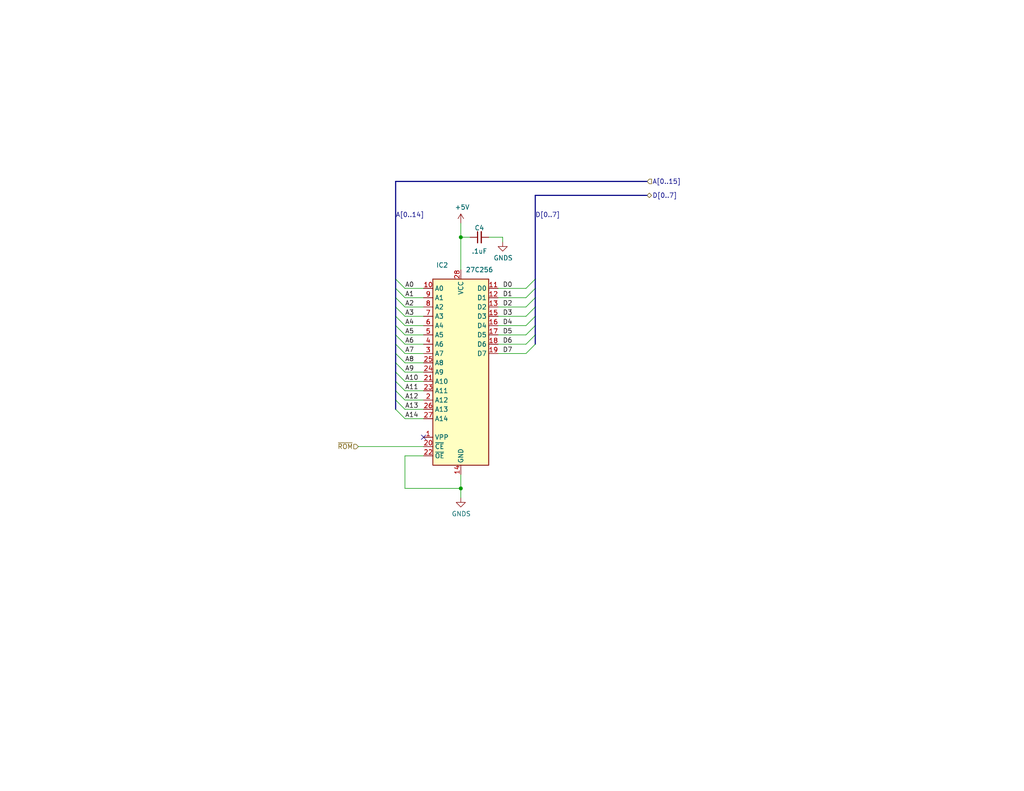
<source format=kicad_sch>
(kicad_sch (version 20230121) (generator eeschema)
  (paper "A")
  (title_block (title "TRS-80 Color Computer 3 (26-3334)") (date "2023-11-04") (rev "1.0.2") (company "Tandy Corporation") (comment 2 "& Color Computer 3 Revised Schematic (Ty Sopko).pdf") (comment 3 "Based on  Color Computer 3 Service Manual (Tandy).pdf") (comment 4 "Kicad schematic capture by Rocky Hill"))
  (lib_symbols
    (symbol "Device:C_Small" (pin_numbers hide) (pin_names (offset 0.254) hide)
      (property "Reference" "C" (at 0.254 1.778 0))
      (property "Value" "C_Small" (at 0.254 -2.032 0))
      (symbol "C_Small_0_1"
        (polyline (pts (xy -1.524 -0.508) (xy 1.524 -0.508)) (stroke (width 0.3302)))
        (polyline (pts (xy -1.524 0.508) (xy 1.524 0.508)) (stroke (width 0.3048)))
      )
      (symbol "C_Small_1_1"
        (pin passive line (at 0 2.54 270) (length 2.032) (name "~") (number "1"))
        (pin passive line (at 0 -2.54 90) (length 2.032) (name "~") (number "2"))
      )
    )
    (symbol "Memory_EPROM:27C256"
      (property "Reference" "U" (at -7.62 26.67 0))
      (property "Value" "27C256" (at 2.54 -26.67 0))
      (symbol "27C256_1_1"
        (rectangle (start -7.62 25.4) (end 7.62 -25.4) (stroke (width 0.254)) (fill (type background)))
        (pin input line (at -10.16 -17.78 0) (length 2.54) (name "VPP") (number "1"))
        (pin input line (at -10.16 22.86 0) (length 2.54) (name "A0") (number "10"))
        (pin tri_state line (at 10.16 22.86 180) (length 2.54) (name "D0") (number "11"))
        (pin tri_state line (at 10.16 20.32 180) (length 2.54) (name "D1") (number "12"))
        (pin tri_state line (at 10.16 17.78 180) (length 2.54) (name "D2") (number "13"))
        (pin power_in line (at 0 -27.94 90) (length 2.54) (name "GND") (number "14"))
        (pin tri_state line (at 10.16 15.24 180) (length 2.54) (name "D3") (number "15"))
        (pin tri_state line (at 10.16 12.7 180) (length 2.54) (name "D4") (number "16"))
        (pin tri_state line (at 10.16 10.16 180) (length 2.54) (name "D5") (number "17"))
        (pin tri_state line (at 10.16 7.62 180) (length 2.54) (name "D6") (number "18"))
        (pin tri_state line (at 10.16 5.08 180) (length 2.54) (name "D7") (number "19"))
        (pin input line (at -10.16 -7.62 0) (length 2.54) (name "A12") (number "2"))
        (pin input line (at -10.16 -20.32 0) (length 2.54) (name "~{CE}") (number "20"))
        (pin input line (at -10.16 -2.54 0) (length 2.54) (name "A10") (number "21"))
        (pin input line (at -10.16 -22.86 0) (length 2.54) (name "~{OE}") (number "22"))
        (pin input line (at -10.16 -5.08 0) (length 2.54) (name "A11") (number "23"))
        (pin input line (at -10.16 0 0) (length 2.54) (name "A9") (number "24"))
        (pin input line (at -10.16 2.54 0) (length 2.54) (name "A8") (number "25"))
        (pin input line (at -10.16 -10.16 0) (length 2.54) (name "A13") (number "26"))
        (pin input line (at -10.16 -12.7 0) (length 2.54) (name "A14") (number "27"))
        (pin power_in line (at 0 27.94 270) (length 2.54) (name "VCC") (number "28"))
        (pin input line (at -10.16 5.08 0) (length 2.54) (name "A7") (number "3"))
        (pin input line (at -10.16 7.62 0) (length 2.54) (name "A6") (number "4"))
        (pin input line (at -10.16 10.16 0) (length 2.54) (name "A5") (number "5"))
        (pin input line (at -10.16 12.7 0) (length 2.54) (name "A4") (number "6"))
        (pin input line (at -10.16 15.24 0) (length 2.54) (name "A3") (number "7"))
        (pin input line (at -10.16 17.78 0) (length 2.54) (name "A2") (number "8"))
        (pin input line (at -10.16 20.32 0) (length 2.54) (name "A1") (number "9"))
      )
    )
    (symbol "power:+5V" (power) (pin_names (offset 0))
      (property "Value" "+5V" (at 0 3.556 0))
      (symbol "+5V_0_1"
        (polyline (pts (xy -0.762 1.27) (xy 0 2.54)))
        (polyline (pts (xy 0 0) (xy 0 2.54)))
        (polyline (pts (xy 0 2.54) (xy 0.762 1.27)))
      )
      (symbol "+5V_1_1"
        (pin power_in line (at 0 0 90) (length 0) hide (name "+5V") (number "1"))
      )
    )
    (symbol "power:GNDS" (power) (pin_names (offset 0))
      (property "Value" "GNDS" (at 0 -3.81 0))
      (symbol "GNDS_0_1"
        (polyline (pts (xy 0 0) (xy 0 -1.27) (xy 1.27 -1.27) (xy 0 -2.54) (xy -1.27 -1.27) (xy 0 -1.27)))
      )
      (symbol "GNDS_1_1"
        (pin power_in line (at 0 0 270) (length 0) hide (name "GNDS") (number "1"))
      )
    )
  )
  (junction (at 125.73 133.35))
  (junction (at 125.73 64.77))
  (no_connect (at 115.57 119.38))
  (bus_entry (at 146.05 78.74) (size -2.54 2.54))
  (bus_entry (at 107.95 106.68) (size 2.54 2.54))
  (bus_entry (at 107.95 99.06) (size 2.54 2.54))
  (bus_entry (at 107.95 83.82) (size 2.54 2.54))
  (bus_entry (at 146.05 81.28) (size -2.54 2.54))
  (bus_entry (at 107.95 76.2) (size 2.54 2.54))
  (bus_entry (at 107.95 109.22) (size 2.54 2.54))
  (bus_entry (at 107.95 96.52) (size 2.54 2.54))
  (bus_entry (at 107.95 111.76) (size 2.54 2.54))
  (bus_entry (at 146.05 86.36) (size -2.54 2.54))
  (bus_entry (at 146.05 76.2) (size -2.54 2.54))
  (bus_entry (at 107.95 93.98) (size 2.54 2.54))
  (bus_entry (at 146.05 88.9) (size -2.54 2.54))
  (bus_entry (at 107.95 88.9) (size 2.54 2.54))
  (bus_entry (at 146.05 91.44) (size -2.54 2.54))
  (bus_entry (at 107.95 81.28) (size 2.54 2.54))
  (bus_entry (at 107.95 104.14) (size 2.54 2.54))
  (bus_entry (at 146.05 83.82) (size -2.54 2.54))
  (bus_entry (at 107.95 101.6) (size 2.54 2.54))
  (bus_entry (at 107.95 78.74) (size 2.54 2.54))
  (bus_entry (at 107.95 86.36) (size 2.54 2.54))
  (bus_entry (at 146.05 93.98) (size -2.54 2.54))
  (bus_entry (at 107.95 91.44) (size 2.54 2.54))
  (wire (pts (xy 115.57 83.82) (xy 110.49 83.82)))
  (wire (pts (xy 143.51 91.44) (xy 135.89 91.44)))
  (wire (pts (xy 115.57 114.3) (xy 110.49 114.3)))
  (wire (pts (xy 125.73 64.77) (xy 125.73 73.66)))
  (bus (pts (xy 107.95 109.22) (xy 107.95 111.76)))
  (wire (pts (xy 110.49 81.28) (xy 115.57 81.28)))
  (bus (pts (xy 107.95 81.28) (xy 107.95 83.82)))
  (bus (pts (xy 146.05 81.28) (xy 146.05 83.82)))
  (bus (pts (xy 146.05 91.44) (xy 146.05 93.98)))
  (bus (pts (xy 107.95 86.36) (xy 107.95 88.9)))
  (wire (pts (xy 133.35 64.77) (xy 137.16 64.77)))
  (wire (pts (xy 125.73 60.96) (xy 125.73 64.77)))
  (wire (pts (xy 115.57 99.06) (xy 110.49 99.06)))
  (bus (pts (xy 146.05 53.34) (xy 176.53 53.34)))
  (bus (pts (xy 107.95 104.14) (xy 107.95 106.68)))
  (bus (pts (xy 107.95 91.44) (xy 107.95 93.98)))
  (bus (pts (xy 107.95 78.74) (xy 107.95 81.28)))
  (wire (pts (xy 115.57 109.22) (xy 110.49 109.22)))
  (wire (pts (xy 125.73 129.54) (xy 125.73 133.35)))
  (bus (pts (xy 146.05 78.74) (xy 146.05 81.28)))
  (wire (pts (xy 110.49 133.35) (xy 125.73 133.35)))
  (wire (pts (xy 110.49 101.6) (xy 115.57 101.6)))
  (wire (pts (xy 135.89 88.9) (xy 143.51 88.9)))
  (wire (pts (xy 115.57 88.9) (xy 110.49 88.9)))
  (wire (pts (xy 110.49 86.36) (xy 115.57 86.36)))
  (wire (pts (xy 115.57 104.14) (xy 110.49 104.14)))
  (wire (pts (xy 115.57 124.46) (xy 110.49 124.46)))
  (wire (pts (xy 110.49 106.68) (xy 115.57 106.68)))
  (wire (pts (xy 143.51 86.36) (xy 135.89 86.36)))
  (bus (pts (xy 146.05 86.36) (xy 146.05 88.9)))
  (wire (pts (xy 143.51 96.52) (xy 135.89 96.52)))
  (bus (pts (xy 107.95 93.98) (xy 107.95 96.52)))
  (bus (pts (xy 107.95 99.06) (xy 107.95 101.6)))
  (wire (pts (xy 143.51 81.28) (xy 135.89 81.28)))
  (bus (pts (xy 146.05 76.2) (xy 146.05 78.74)))
  (wire (pts (xy 135.89 78.74) (xy 143.51 78.74)))
  (wire (pts (xy 110.49 96.52) (xy 115.57 96.52)))
  (wire (pts (xy 137.16 64.77) (xy 137.16 66.04)))
  (wire (pts (xy 135.89 83.82) (xy 143.51 83.82)))
  (wire (pts (xy 115.57 93.98) (xy 110.49 93.98)))
  (bus (pts (xy 146.05 88.9) (xy 146.05 91.44)))
  (bus (pts (xy 176.53 49.53) (xy 107.95 49.53)))
  (wire (pts (xy 110.49 91.44) (xy 115.57 91.44)))
  (bus (pts (xy 107.95 106.68) (xy 107.95 109.22)))
  (bus (pts (xy 107.95 49.53) (xy 107.95 76.2)))
  (bus (pts (xy 146.05 53.34) (xy 146.05 76.2)))
  (bus (pts (xy 107.95 83.82) (xy 107.95 86.36)))
  (wire (pts (xy 110.49 111.76) (xy 115.57 111.76)))
  (bus (pts (xy 146.05 83.82) (xy 146.05 86.36)))
  (wire (pts (xy 115.57 78.74) (xy 110.49 78.74)))
  (wire (pts (xy 115.57 121.92) (xy 97.79 121.92)))
  (wire (pts (xy 125.73 133.35) (xy 125.73 135.89)))
  (bus (pts (xy 107.95 88.9) (xy 107.95 91.44)))
  (wire (pts (xy 135.89 93.98) (xy 143.51 93.98)))
  (wire (pts (xy 128.27 64.77) (xy 125.73 64.77)))
  (wire (pts (xy 110.49 124.46) (xy 110.49 133.35)))
  (bus (pts (xy 107.95 101.6) (xy 107.95 104.14)))
  (bus (pts (xy 107.95 96.52) (xy 107.95 99.06)))
  (bus (pts (xy 107.95 76.2) (xy 107.95 78.74)))
  (label "A6" (at 110.49 93.98 0))
  (label "D4" (at 137.16 88.9 0))
  (label "A2" (at 110.49 83.82 0))
  (label "D3" (at 137.16 86.36 0))
  (label "A14" (at 110.49 114.3 0))
  (label "A4" (at 110.49 88.9 0))
  (label "A3" (at 110.49 86.36 0))
  (label "D5" (at 137.16 91.44 0))
  (label "A8" (at 110.49 99.06 0))
  (label "A10" (at 110.49 104.14 0))
  (label "A7" (at 110.49 96.52 0))
  (label "D6" (at 137.16 93.98 0))
  (label "A12" (at 110.49 109.22 0))
  (label "A13" (at 110.49 111.76 0))
  (label "D2" (at 137.16 83.82 0))
  (label "A1" (at 110.49 81.28 0))
  (label "A5" (at 110.49 91.44 0))
  (label "A9" (at 110.49 101.6 0))
  (label "D[0..7]" (at 146.05 59.69 0))
  (label "D1" (at 137.16 81.28 0))
  (label "D7" (at 137.16 96.52 0))
  (label "A11" (at 110.49 106.68 0))
  (label "A0" (at 110.49 78.74 0))
  (label "A[0..14]" (at 107.95 59.69 0))
  (label "D0" (at 137.16 78.74 0))
  (hierarchical_label "A[0..15]" (shape input) (at 176.53 49.53 0))
  (hierarchical_label "~{ROM}" (shape input) (at 97.79 121.92 180))
  (hierarchical_label "D[0..7]" (shape bidirectional) (at 176.53 53.34 0))
  (symbol (lib_id "Device:C_Small") (at 130.81 64.77 90) (unit 1)
    (property "Reference" "C4" (at 130.81 62.23 90))
    (property "Value" ".1uF" (at 130.81 68.58 90))
    (property "Footprint" "Capacitor_THT:C_Disc_D4.7mm_W2.5mm_P5.00mm" (effects hide))
    (property "Datasheet" " https://product.tdk.com/info/en/catalog/datasheets/leadmlcc_halogenfree_fg_en.pdf?ref_disty=digikey" (effects hide))
    (property "Vendor" "digikey" (effects hide))
    (property "Vendor part#" "445-173474-1-ND" (effects hide))
    (property "Manufacturer part#" "FG28C0G1H103JNT06" (effects hide))
    (instances (project "coco3" (path "" (reference "C4") (unit 1)) (path "" (reference "C?") (unit 1))))
  )
  (symbol (lib_id "power:+5V") (at 125.73 60.96 0) (unit 1)
    (property "Reference" "#PWR01020" (effects hide))
    (property "Value" "+5V" (at 126.111 56.5658 0))
    (instances (project "coco3" (path "" (reference "#PWR01020") (unit 1)) (path "" (reference "#PWR?") (unit 1))))
  )
  (symbol (lib_id "power:GNDS") (at 125.73 135.89 0) (unit 1)
    (property "Reference" "#PWR01022" (effects hide))
    (property "Value" "GNDS" (at 125.857 140.2842 0))
    (instances (project "coco3" (path "" (reference "#PWR01022") (unit 1)) (path "" (reference "#PWR?") (unit 1))))
  )
  (symbol (lib_id "power:GNDS") (at 137.16 66.04 0) (unit 1)
    (property "Reference" "#PWR01021" (effects hide))
    (property "Value" "GNDS" (at 137.287 70.4342 0))
    (instances (project "coco3" (path "" (reference "#PWR01021") (unit 1)) (path "" (reference "#PWR?") (unit 1))))
  )
  (symbol (lib_id "Memory_EPROM:27C256") (at 125.73 101.6 0) (unit 1)
    (property "Reference" "IC2" (at 120.65 72.39 0))
    (property "Value" "27C256" (at 130.81 73.66 0))
    (property "Footprint" "Package_DIP:DIP-28_W15.24mm_Socket" (effects hide))
    (property "Datasheet" "https://ww1.microchip.com/downloads/en/DeviceDoc/doc0014.pdf" (effects hide))
    (property "Vendor" "digikey" (effects hide))
    (property "Vendor part#" "AT27C256R-45PU-ND" (effects hide))
    (property "Manufacturer part#" "AT27C256R-45PU" (effects hide))
  )
)
</source>
